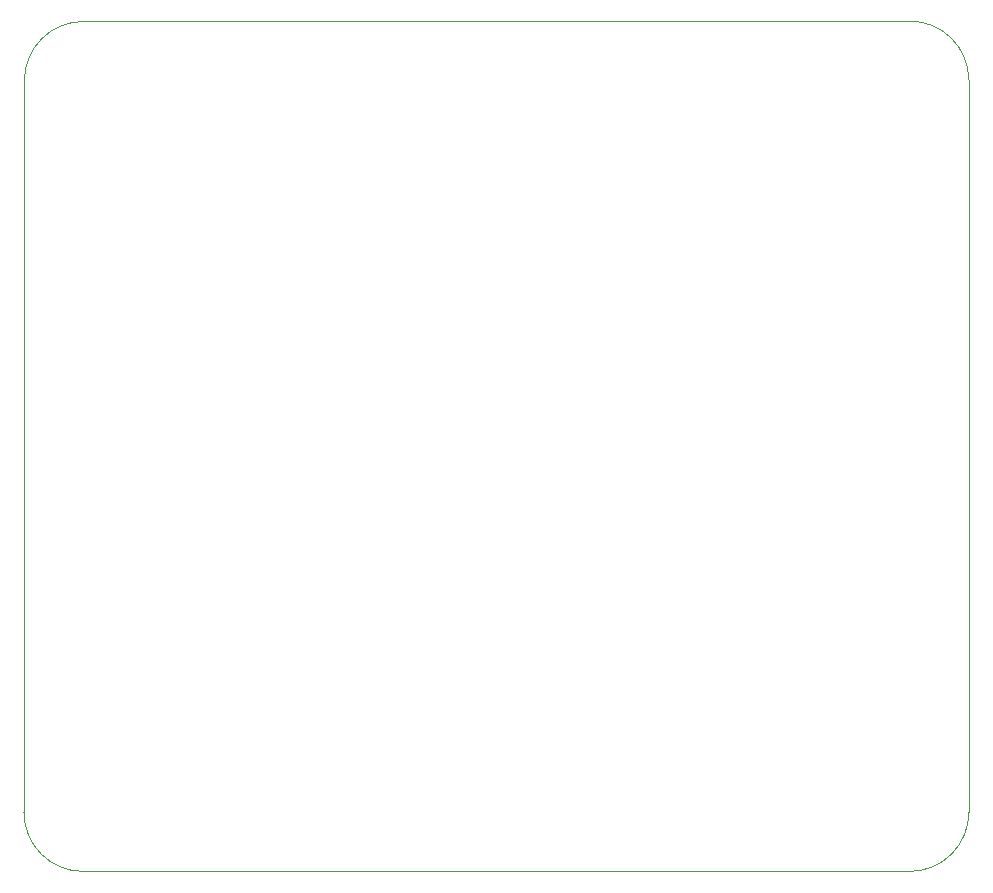
<source format=gbr>
%TF.GenerationSoftware,KiCad,Pcbnew,8.0.5*%
%TF.CreationDate,2025-01-31T12:13:52-06:00*%
%TF.ProjectId,DRAG_SUBSCALE_WIRING,44524147-5f53-4554-9253-43414c455f57,rev?*%
%TF.SameCoordinates,Original*%
%TF.FileFunction,Other,User*%
%FSLAX46Y46*%
G04 Gerber Fmt 4.6, Leading zero omitted, Abs format (unit mm)*
G04 Created by KiCad (PCBNEW 8.0.5) date 2025-01-31 12:13:52*
%MOMM*%
%LPD*%
G01*
G04 APERTURE LIST*
%TA.AperFunction,Profile*%
%ADD10C,0.050000*%
%TD*%
G04 APERTURE END LIST*
D10*
X137000000Y-130500000D02*
X137035534Y-68535534D01*
X217000000Y-130500000D02*
G75*
G02*
X212000000Y-135500000I-5000000J0D01*
G01*
X212000000Y-135500000D02*
X142000000Y-135500000D01*
X142000000Y-135500000D02*
G75*
G02*
X137000000Y-130500000I0J5000000D01*
G01*
X142035534Y-63535534D02*
X212000000Y-63500000D01*
X217000000Y-68500000D02*
X217000000Y-130500000D01*
X137035534Y-68535534D02*
G75*
G02*
X142035534Y-63535534I4999966J34D01*
G01*
X212000000Y-63500000D02*
G75*
G02*
X217000000Y-68500000I0J-5000000D01*
G01*
M02*

</source>
